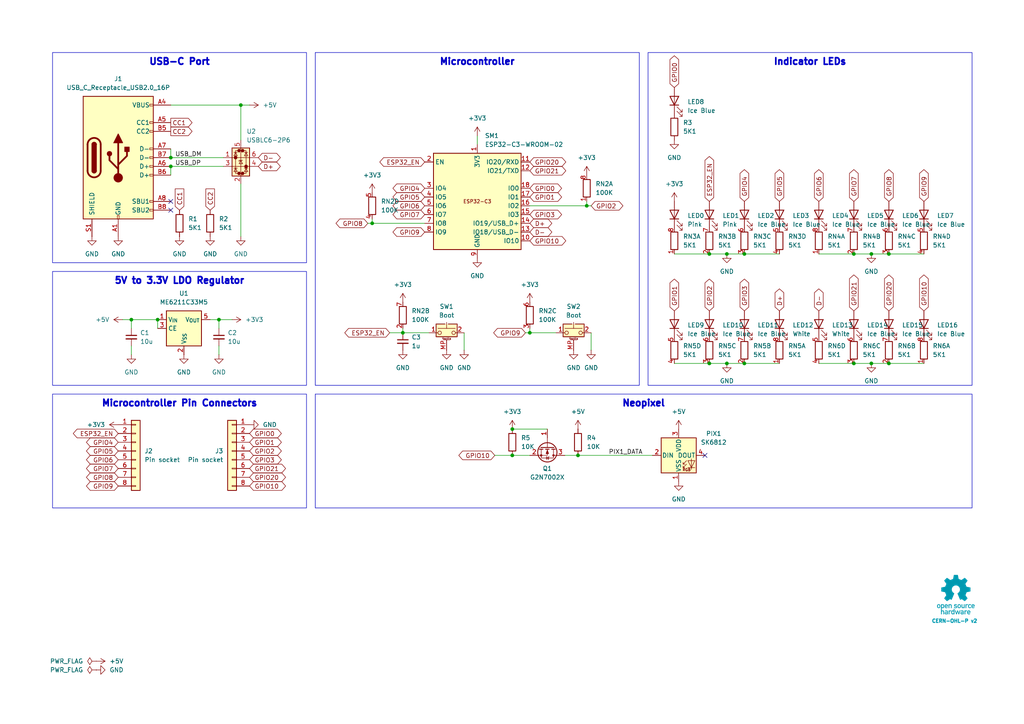
<source format=kicad_sch>
(kicad_sch (version 20231120) (generator "eeschema") (generator_version "8.0")
  (paper "A4")
  (title_block (title "ESP32-C3-WROOM-02 FlexyPin Adapter") (date "2025-03-18") (rev "v1"))
  (lib_symbols
    (symbol "Connector_Generic:Conn_01x08" (pin_names (offset 1.016) hide)
      (property "Reference" "J" (at 0 10.16 0))
      (property "Value" "Conn_01x08" (at 0 -12.7 0))
      (symbol "Conn_01x08_1_1"
        (pin passive line (at -5.08 7.62 0) (length 3.81) (name "Pin_1") (number "1"))
        (pin passive line (at -5.08 5.08 0) (length 3.81) (name "Pin_2") (number "2"))
        (pin passive line (at -5.08 2.54 0) (length 3.81) (name "Pin_3") (number "3"))
        (pin passive line (at -5.08 0 0) (length 3.81) (name "Pin_4") (number "4"))
        (pin passive line (at -5.08 -2.54 0) (length 3.81) (name "Pin_5") (number "5"))
        (pin passive line (at -5.08 -5.08 0) (length 3.81) (name "Pin_6") (number "6"))
        (pin passive line (at -5.08 -7.62 0) (length 3.81) (name "Pin_7") (number "7"))
        (pin passive line (at -5.08 -10.16 0) (length 3.81) (name "Pin_8") (number "8"))
      )
    )
    (symbol "Device:C_Small" (pin_numbers hide) (pin_names (offset 0.254) hide)
      (property "Reference" "C" (at 0.254 1.778 0))
      (property "Value" "C_Small" (at 0.254 -2.032 0))
      (symbol "C_Small_1_1"
        (pin passive line (at 0 2.54 270) (length 2.032) (name "~") (number "1"))
        (pin passive line (at 0 -2.54 90) (length 2.032) (name "~") (number "2"))
      )
    )
    (symbol "Device:LED" (pin_numbers hide) (pin_names (offset 1.016) hide)
      (property "Reference" "D" (at 0 2.54 0))
      (property "Value" "LED" (at 0 -2.54 0))
      (symbol "LED_1_1"
        (pin passive line (at -3.81 0 0) (length 2.54) (name "K") (number "1"))
        (pin passive line (at 3.81 0 180) (length 2.54) (name "A") (number "2"))
      )
    )
    (symbol "Device:R" (pin_numbers hide) (pin_names (offset 0))
      (property "Reference" "R" (at 2.032 0 90))
      (property "Value" "R" (at 0 0 90))
      (symbol "R_1_1"
        (pin passive line (at 0 3.81 270) (length 1.27) (name "~") (number "1"))
        (pin passive line (at 0 -3.81 90) (length 1.27) (name "~") (number "2"))
      )
    )
    (symbol "Device:R_Pack04_Split" (pin_names (offset 0) hide)
      (property "Reference" "RN" (at 2.032 0 90))
      (property "Value" "R_Pack04_Split" (at 0 0 90))
      (symbol "R_Pack04_Split_1_1"
        (pin passive line (at 0 -3.81 90) (length 1.27) (name "R1.1") (number "1"))
        (pin passive line (at 0 3.81 270) (length 1.27) (name "R1.2") (number "8"))
      )
      (symbol "R_Pack04_Split_2_1"
        (pin passive line (at 0 -3.81 90) (length 1.27) (name "R2.1") (number "2"))
        (pin passive line (at 0 3.81 270) (length 1.27) (name "R2.2") (number "7"))
      )
      (symbol "R_Pack04_Split_3_1"
        (pin passive line (at 0 -3.81 90) (length 1.27) (name "R3.1") (number "3"))
        (pin passive line (at 0 3.81 270) (length 1.27) (name "R3.2") (number "6"))
      )
      (symbol "R_Pack04_Split_4_1"
        (pin passive line (at 0 -3.81 90) (length 1.27) (name "R4.1") (number "4"))
        (pin passive line (at 0 3.81 270) (length 1.27) (name "R4.2") (number "5"))
      )
    )
    (symbol "LED:SK6812" (pin_names (offset 0.254))
      (property "Reference" "D" (at 5.08 5.715 0))
      (property "Value" "SK6812" (at 1.27 -5.715 0))
      (symbol "SK6812_0_0"
        (text "RGB" (at 2.286 -4.191 0) (effects (font (size 0.762 0.762))))
      )
      (symbol "SK6812_1_1"
        (pin power_in line (at 0 -7.62 90) (length 2.54) (name "VSS") (number "1"))
        (pin input line (at -7.62 0 0) (length 2.54) (name "DIN") (number "2"))
        (pin power_in line (at 0 7.62 270) (length 2.54) (name "VDD") (number "3"))
        (pin output line (at 7.62 0 180) (length 2.54) (name "DOUT") (number "4"))
      )
    )
    (symbol "Power_Protection:USBLC6-2P6" (pin_names hide)
      (property "Reference" "U" (at 0.635 5.715 0))
      (property "Value" "USBLC6-2P6" (at 0.635 3.81 0))
      (symbol "USBLC6-2P6_1_1"
        (pin passive line (at -5.08 0 0) (length 2.54) (name "I/O1") (number "1"))
        (pin passive line (at 0 -7.62 90) (length 2.54) (name "GND") (number "2"))
        (pin passive line (at -5.08 -2.54 0) (length 2.54) (name "I/O2") (number "3"))
        (pin passive line (at 5.08 -2.54 180) (length 2.54) (name "I/O2") (number "4"))
        (pin passive line (at 0 5.08 270) (length 2.54) (name "VBUS") (number "5"))
        (pin passive line (at 5.08 0 180) (length 2.54) (name "I/O1") (number "6"))
      )
    )
    (symbol "Regulator_Linear:ME6211C33M5"
      (property "Reference" "U" (at -4.572 6.35 0))
      (property "Value" "ME6211C33M5" (at 10.16 8.636 0))
      (symbol "ME6211C33M5_1_1"
        (pin power_in line (at -7.62 2.54 0) (length 2.54) (name "V_{IN}") (number "1"))
        (pin power_in line (at 0 -7.62 90) (length 2.54) (name "V_{SS}") (number "2"))
        (pin input line (at -7.62 0 0) (length 2.54) (name "CE") (number "3"))
        (pin no_connect line (at 5.08 0 180) (length 2.54) hide (name "NC") (number "4"))
        (pin power_out line (at 7.62 2.54 180) (length 2.54) (name "V_{OUT}") (number "5"))
      )
    )
    (symbol "connector:USB_C_Receptacle_USB2.0_16P_SHOU-HAN_2MD" (pin_names (offset 1.016))
      (property "Reference" "J" (at 0 22.225 0))
      (property "Value" "USB_C_Receptacle_USB2.0_16P" (at 0 19.685 0))
      (symbol "USB_C_Receptacle_USB2.0_16P_SHOU-HAN_2MD_1_1"
        (pin passive line (at 0 -22.86 90) (length 5.08) (name "GND") (number "A1"))
        (pin passive line (at 0 -22.86 90) (length 5.08) hide (name "GND") (number "A12"))
        (pin passive line (at 15.24 15.24 180) (length 5.08) (name "VBUS") (number "A4"))
        (pin bidirectional line (at 15.24 10.16 180) (length 5.08) (name "CC1") (number "A5"))
        (pin bidirectional line (at 15.24 -2.54 180) (length 5.08) (name "D+") (number "A6"))
        (pin bidirectional line (at 15.24 2.54 180) (length 5.08) (name "D-") (number "A7"))
        (pin bidirectional line (at 15.24 -12.7 180) (length 5.08) (name "SBU1") (number "A8"))
        (pin passive line (at 15.24 15.24 180) (length 5.08) hide (name "VBUS") (number "A9"))
        (pin passive line (at 0 -22.86 90) (length 5.08) hide (name "GND") (number "B1"))
        (pin passive line (at 0 -22.86 90) (length 5.08) hide (name "GND") (number "B12"))
        (pin passive line (at 15.24 15.24 180) (length 5.08) hide (name "VBUS") (number "B4"))
        (pin bidirectional line (at 15.24 7.62 180) (length 5.08) (name "CC2") (number "B5"))
        (pin bidirectional line (at 15.24 -5.08 180) (length 5.08) (name "D+") (number "B6"))
        (pin bidirectional line (at 15.24 0 180) (length 5.08) (name "D-") (number "B7"))
        (pin bidirectional line (at 15.24 -15.24 180) (length 5.08) (name "SBU2") (number "B8"))
        (pin passive line (at 15.24 15.24 180) (length 5.08) hide (name "VBUS") (number "B9"))
        (pin passive line (at -7.62 -22.86 90) (length 5.08) (name "SHIELD") (number "S1"))
      )
    )
    (symbol "discrete:G2N7002X" (pin_names hide)
      (property "Reference" "Q" (at 5.08 1.905 0))
      (property "Value" "G2N7002X" (at 5.08 0 0))
      (symbol "G2N7002X_1_1"
        (pin input line (at -5.08 0 0) (length 2.54) (name "G") (number "1"))
        (pin passive line (at 2.54 -5.08 90) (length 2.54) (name "S") (number "2"))
        (pin passive line (at 2.54 5.08 270) (length 2.54) (name "D") (number "3"))
      )
    )
    (symbol "electromechanical:SW_Push_MountingPin" (pin_names (offset 1.016) hide)
      (property "Reference" "SW" (at 4.318 2.032 0))
      (property "Value" "SW_Push_MountingPin" (at 0 4.572 0))
      (symbol "SW_Push_MountingPin_0_1"
        (pin passive line (at -5.08 0 0) (length 2.54) (name "1") (number "1"))
        (pin passive line (at 5.08 0 180) (length 2.54) (name "2") (number "2"))
      )
      (symbol "SW_Push_MountingPin_1_1"
        (text "Mounting" (at 0 -1.651 0) (effects (font (size 0.381 0.381))))
        (pin passive line (at 0 -5.08 90) (length 3.048) (name "MountPin") (number "MP"))
      )
    )
    (symbol "module:ESP32-C3-WROOM-02"
      (property "Reference" "SM" (at -12.192 14.986 0))
      (property "Value" "ESP32-C3-WROOM-02" (at 12.192 14.986 0))
      (symbol "ESP32-C3-WROOM-02_1_1"
        (text_box "ESP32-C3" (at -7.62 2.54 0) (size 15.24 -5.08) (stroke (width -0.0001)) (effects (font (size 1.016 1.016))))
        (pin power_in line (at 0 16.51 270) (length 2.54) (name "3V3") (number "1"))
        (pin bidirectional line (at 15.24 -11.43 180) (length 2.54) (name "IO10") (number "10"))
        (pin bidirectional line (at 15.24 11.43 180) (length 2.54) (name "IO20/RXD") (number "11"))
        (pin bidirectional line (at 15.24 8.89 180) (length 2.54) (name "IO21/TXD") (number "12"))
        (pin bidirectional line (at 15.24 -8.89 180) (length 2.54) (name "IO18/USB_D-") (number "13"))
        (pin bidirectional line (at 15.24 -6.35 180) (length 2.54) (name "IO19/USB_D+") (number "14"))
        (pin bidirectional line (at 15.24 -3.81 180) (length 2.54) (name "IO3") (number "15"))
        (pin bidirectional line (at 15.24 -1.27 180) (length 2.54) (name "IO2") (number "16"))
        (pin bidirectional line (at 15.24 1.27 180) (length 2.54) (name "IO1") (number "17"))
        (pin bidirectional line (at 15.24 3.81 180) (length 2.54) (name "IO0") (number "18"))
        (pin passive line (at 0 -16.51 90) (length 2.54) hide (name "GND") (number "19"))
        (pin input line (at -15.24 11.43 0) (length 2.54) (name "EN") (number "2"))
        (pin bidirectional line (at -15.24 3.81 0) (length 2.54) (name "IO4") (number "3"))
        (pin bidirectional line (at -15.24 1.27 0) (length 2.54) (name "IO5") (number "4"))
        (pin bidirectional line (at -15.24 -1.27 0) (length 2.54) (name "IO6") (number "5"))
        (pin bidirectional line (at -15.24 -3.81 0) (length 2.54) (name "IO7") (number "6"))
        (pin bidirectional line (at -15.24 -6.35 0) (length 2.54) (name "IO8") (number "7"))
        (pin bidirectional line (at -15.24 -8.89 0) (length 2.54) (name "IO9") (number "8"))
        (pin power_in line (at 0 -16.51 90) (length 2.54) (name "GND") (number "9"))
      )
    )
    (symbol "power:GND" (power) (pin_numbers hide) (pin_names (offset 0) hide)
      (property "Value" "GND" (at 0 -3.81 0))
      (symbol "GND_1_1"
        (pin power_in line (at 0 0 270) (length 0) (name "~") (number "1"))
      )
    )
    (symbol "power:PWR_FLAG" (power) (pin_numbers hide) (pin_names (offset 0) hide)
      (property "Value" "PWR_FLAG" (at 0 3.81 0))
      (symbol "PWR_FLAG_0_0"
        (pin power_out line (at 0 0 90) (length 0) (name "~") (number "1"))
      )
    )
    (symbol "power:VCC" (power) (pin_numbers hide) (pin_names (offset 0) hide)
      (property "Value" "VCC" (at 0 3.556 0))
      (symbol "VCC_1_1"
        (pin power_in line (at 0 0 90) (length 0) (name "~") (number "1"))
      )
    )
  )
  (junction (at 167.64 132.08))
  (junction (at 153.67 96.52))
  (junction (at 148.59 132.08))
  (junction (at 116.84 96.52))
  (junction (at 257.81 73.66))
  (junction (at 205.74 73.66))
  (junction (at 215.9 73.66))
  (junction (at 38.1 92.71))
  (junction (at 247.65 73.66))
  (junction (at 69.85 30.48))
  (junction (at 49.53 48.26))
  (junction (at 63.5 92.71))
  (junction (at 148.59 124.46))
  (junction (at 252.73 73.66))
  (junction (at 210.82 73.66))
  (junction (at 45.72 92.71))
  (junction (at 205.74 105.41))
  (junction (at 257.81 105.41))
  (junction (at 210.82 105.41))
  (junction (at 215.9 105.41))
  (junction (at 252.73 105.41))
  (junction (at 247.65 105.41))
  (junction (at 49.53 45.72))
  (junction (at 107.95 64.77))
  (junction (at 170.18 59.69))
  (no_connect (at 49.53 58.42))
  (no_connect (at 49.53 60.96))
  (no_connect (at 204.47 132.08))
  (wire (pts (xy 113.03 96.52) (xy 116.84 96.52)))
  (wire (pts (xy 138.43 39.37) (xy 138.43 41.91)))
  (wire (pts (xy 69.85 68.58) (xy 69.85 53.34)))
  (wire (pts (xy 64.77 45.72) (xy 49.53 45.72)))
  (wire (pts (xy 116.84 95.25) (xy 116.84 96.52)))
  (wire (pts (xy 153.67 59.69) (xy 170.18 59.69)))
  (wire (pts (xy 72.39 30.48) (xy 69.85 30.48)))
  (wire (pts (xy 252.73 73.66) (xy 257.81 73.66)))
  (wire (pts (xy 106.68 64.77) (xy 107.95 64.77)))
  (wire (pts (xy 252.73 105.41) (xy 257.81 105.41)))
  (wire (pts (xy 170.18 58.42) (xy 170.18 59.69)))
  (wire (pts (xy 38.1 100.33) (xy 38.1 102.87)))
  (wire (pts (xy 247.65 73.66) (xy 252.73 73.66)))
  (wire (pts (xy 205.74 73.66) (xy 210.82 73.66)))
  (wire (pts (xy 215.9 105.41) (xy 226.06 105.41)))
  (wire (pts (xy 215.9 73.66) (xy 226.06 73.66)))
  (wire (pts (xy 148.59 132.08) (xy 153.67 132.08)))
  (wire (pts (xy 143.51 132.08) (xy 148.59 132.08)))
  (wire (pts (xy 63.5 100.33) (xy 63.5 102.87)))
  (wire (pts (xy 237.49 73.66) (xy 247.65 73.66)))
  (wire (pts (xy 257.81 105.41) (xy 267.97 105.41)))
  (wire (pts (xy 49.53 30.48) (xy 69.85 30.48)))
  (wire (pts (xy 63.5 95.25) (xy 63.5 92.71)))
  (wire (pts (xy 69.85 30.48) (xy 69.85 40.64)))
  (wire (pts (xy 38.1 92.71) (xy 35.56 92.71)))
  (wire (pts (xy 247.65 105.41) (xy 252.73 105.41)))
  (wire (pts (xy 45.72 92.71) (xy 45.72 95.25)))
  (wire (pts (xy 170.18 59.69) (xy 171.45 59.69)))
  (wire (pts (xy 148.59 124.46) (xy 158.75 124.46)))
  (wire (pts (xy 38.1 95.25) (xy 38.1 92.71)))
  (wire (pts (xy 116.84 96.52) (xy 124.46 96.52)))
  (wire (pts (xy 171.45 101.6) (xy 171.45 96.52)))
  (wire (pts (xy 107.95 64.77) (xy 123.19 64.77)))
  (wire (pts (xy 38.1 92.71) (xy 45.72 92.71)))
  (wire (pts (xy 237.49 105.41) (xy 247.65 105.41)))
  (wire (pts (xy 64.77 48.26) (xy 49.53 48.26)))
  (wire (pts (xy 205.74 105.41) (xy 210.82 105.41)))
  (wire (pts (xy 257.81 73.66) (xy 267.97 73.66)))
  (wire (pts (xy 134.62 101.6) (xy 134.62 96.52)))
  (wire (pts (xy 49.53 48.26) (xy 49.53 50.8)))
  (wire (pts (xy 210.82 73.66) (xy 215.9 73.66)))
  (wire (pts (xy 210.82 105.41) (xy 215.9 105.41)))
  (wire (pts (xy 67.31 92.71) (xy 63.5 92.71)))
  (wire (pts (xy 195.58 73.66) (xy 205.74 73.66)))
  (wire (pts (xy 163.83 132.08) (xy 167.64 132.08)))
  (wire (pts (xy 153.67 96.52) (xy 161.29 96.52)))
  (wire (pts (xy 153.67 95.25) (xy 153.67 96.52)))
  (wire (pts (xy 49.53 43.18) (xy 49.53 45.72)))
  (wire (pts (xy 167.64 132.08) (xy 189.23 132.08)))
  (wire (pts (xy 195.58 105.41) (xy 205.74 105.41)))
  (wire (pts (xy 107.95 63.5) (xy 107.95 64.77)))
  (wire (pts (xy 152.4 96.52) (xy 153.67 96.52)))
  (wire (pts (xy 63.5 92.71) (xy 60.96 92.71)))
  (image (at 277.241 172.466) (scale 0.1691))
  (text_box "Indicator LEDs" (at 187.96 15.24 0) (size 93.98 96.52) (effects (font (size 1.905 1.905) (thickness 0.508) (bold yes)) (justify top)))
  (text_box "Neopixel" (at 91.44 114.3 0) (size 190.5 33.02) (effects (font (size 1.905 1.905) (thickness 0.508) (bold yes)) (justify top)))
  (text_box "Microcontroller Pin Connectors" (at 15.24 114.3 0) (size 73.66 33.02) (effects (font (size 1.905 1.905) (thickness 0.508) (bold yes)) (justify top)))
  (text_box "5V to 3.3V LDO Regulator" (at 15.24 78.74 0) (size 73.66 33.02) (effects (font (size 1.905 1.905) (thickness 0.508) (bold yes)) (justify top)))
  (text_box "USB-C Port" (at 15.24 15.24 0) (size 73.66 60.96) (effects (font (size 1.905 1.905) (thickness 0.508) (bold yes)) (justify top)))
  (text_box "Microcontroller" (at 91.44 15.24 0) (size 93.98 96.52) (effects (font (size 1.905 1.905) (thickness 0.508) (bold yes)) (justify top)))
  (text "CERN-OHL-P v2" (at 276.86 180.34 0) (effects (font (size 1.016 1.016) (thickness 0.4) (bold yes))))
  (label "USB_DM" (at 50.8 45.72 0))
  (label "USB_DP" (at 50.8 48.26 0))
  (label "PIX1_DATA" (at 176.53 132.08 0))
  (global_label "GPIO20" (shape bidirectional) (at 153.67 46.99 0) (property "Intersheetrefs" "${INTERSHEET_REFS}" (effects (hide yes))))
  (global_label "GPIO6" (shape bidirectional) (at 123.19 59.69 180) (property "Intersheetrefs" "${INTERSHEET_REFS}" (effects (hide yes))))
  (global_label "GPIO0" (shape bidirectional) (at 195.58 25.4 90) (property "Intersheetrefs" "${INTERSHEET_REFS}" (effects (hide yes))))
  (global_label "GPIO3" (shape bidirectional) (at 72.39 133.35 0) (property "Intersheetrefs" "${INTERSHEET_REFS}" (effects (hide yes))))
  (global_label "GPIO3" (shape bidirectional) (at 215.9 90.17 90) (property "Intersheetrefs" "${INTERSHEET_REFS}" (effects (hide yes))))
  (global_label "GPIO21" (shape bidirectional) (at 247.65 90.17 90) (property "Intersheetrefs" "${INTERSHEET_REFS}" (effects (hide yes))))
  (global_label "GPIO9" (shape bidirectional) (at 152.4 96.52 180) (property "Intersheetrefs" "${INTERSHEET_REFS}" (effects (hide yes))))
  (global_label "D-" (shape bidirectional) (at 237.49 90.17 90) (property "Intersheetrefs" "${INTERSHEET_REFS}" (effects (hide yes))))
  (global_label "GPIO21" (shape bidirectional) (at 72.39 135.89 0) (property "Intersheetrefs" "${INTERSHEET_REFS}" (effects (hide yes))))
  (global_label "CC1" (shape input) (at 52.07 60.96 90) (property "Intersheetrefs" "${INTERSHEET_REFS}" (effects (hide yes))))
  (global_label "GPIO9" (shape bidirectional) (at 267.97 58.42 90) (property "Intersheetrefs" "${INTERSHEET_REFS}" (effects (hide yes))))
  (global_label "GPIO6" (shape bidirectional) (at 237.49 58.42 90) (property "Intersheetrefs" "${INTERSHEET_REFS}" (effects (hide yes))))
  (global_label "CC1" (shape output) (at 49.53 35.56 0) (property "Intersheetrefs" "${INTERSHEET_REFS}" (effects (hide yes))))
  (global_label "GPIO1" (shape bidirectional) (at 72.39 128.27 0) (property "Intersheetrefs" "${INTERSHEET_REFS}" (effects (hide yes))))
  (global_label "GPIO10" (shape bidirectional) (at 267.97 90.17 90) (property "Intersheetrefs" "${INTERSHEET_REFS}" (effects (hide yes))))
  (global_label "GPIO8" (shape bidirectional) (at 257.81 58.42 90) (property "Intersheetrefs" "${INTERSHEET_REFS}" (effects (hide yes))))
  (global_label "GPIO2" (shape bidirectional) (at 171.45 59.69 0) (property "Intersheetrefs" "${INTERSHEET_REFS}" (effects (hide yes))))
  (global_label "CC2" (shape output) (at 49.53 38.1 0) (property "Intersheetrefs" "${INTERSHEET_REFS}" (effects (hide yes))))
  (global_label "ESP32_EN" (shape bidirectional) (at 34.29 125.73 180) (property "Intersheetrefs" "${INTERSHEET_REFS}" (effects (hide yes))))
  (global_label "GPIO9" (shape bidirectional) (at 34.29 140.97 180) (property "Intersheetrefs" "${INTERSHEET_REFS}" (effects (hide yes))))
  (global_label "ESP32_EN" (shape bidirectional) (at 113.03 96.52 180) (property "Intersheetrefs" "${INTERSHEET_REFS}" (effects (hide yes))))
  (global_label "GPIO20" (shape bidirectional) (at 72.39 138.43 0) (property "Intersheetrefs" "${INTERSHEET_REFS}" (effects (hide yes))))
  (global_label "GPIO4" (shape bidirectional) (at 215.9 58.42 90) (property "Intersheetrefs" "${INTERSHEET_REFS}" (effects (hide yes))))
  (global_label "GPIO7" (shape bidirectional) (at 247.65 58.42 90) (property "Intersheetrefs" "${INTERSHEET_REFS}" (effects (hide yes))))
  (global_label "GPIO8" (shape bidirectional) (at 106.68 64.77 180) (property "Intersheetrefs" "${INTERSHEET_REFS}" (effects (hide yes))))
  (global_label "GPIO20" (shape bidirectional) (at 257.81 90.17 90) (property "Intersheetrefs" "${INTERSHEET_REFS}" (effects (hide yes))))
  (global_label "D-" (shape bidirectional) (at 153.67 67.31 0) (property "Intersheetrefs" "${INTERSHEET_REFS}" (effects (hide yes))))
  (global_label "GPIO2" (shape bidirectional) (at 72.39 130.81 0) (property "Intersheetrefs" "${INTERSHEET_REFS}" (effects (hide yes))))
  (global_label "ESP32_EN" (shape bidirectional) (at 123.19 46.99 180) (property "Intersheetrefs" "${INTERSHEET_REFS}" (effects (hide yes))))
  (global_label "GPIO5" (shape bidirectional) (at 123.19 57.15 180) (property "Intersheetrefs" "${INTERSHEET_REFS}" (effects (hide yes))))
  (global_label "GPIO2" (shape bidirectional) (at 205.74 90.17 90) (property "Intersheetrefs" "${INTERSHEET_REFS}" (effects (hide yes))))
  (global_label "GPIO8" (shape bidirectional) (at 34.29 138.43 180) (property "Intersheetrefs" "${INTERSHEET_REFS}" (effects (hide yes))))
  (global_label "GPIO9" (shape bidirectional) (at 123.19 67.31 180) (property "Intersheetrefs" "${INTERSHEET_REFS}" (effects (hide yes))))
  (global_label "GPIO10" (shape bidirectional) (at 72.39 140.97 0) (property "Intersheetrefs" "${INTERSHEET_REFS}" (effects (hide yes))))
  (global_label "GPIO4" (shape bidirectional) (at 34.29 128.27 180) (property "Intersheetrefs" "${INTERSHEET_REFS}" (effects (hide yes))))
  (global_label "D+" (shape bidirectional) (at 153.67 64.77 0) (property "Intersheetrefs" "${INTERSHEET_REFS}" (effects (hide yes))))
  (global_label "GPIO1" (shape bidirectional) (at 153.67 57.15 0) (property "Intersheetrefs" "${INTERSHEET_REFS}" (effects (hide yes))))
  (global_label "GPIO6" (shape bidirectional) (at 34.29 133.35 180) (property "Intersheetrefs" "${INTERSHEET_REFS}" (effects (hide yes))))
  (global_label "GPIO3" (shape bidirectional) (at 153.67 62.23 0) (property "Intersheetrefs" "${INTERSHEET_REFS}" (effects (hide yes))))
  (global_label "GPIO7" (shape bidirectional) (at 34.29 135.89 180) (property "Intersheetrefs" "${INTERSHEET_REFS}" (effects (hide yes))))
  (global_label "CC2" (shape input) (at 60.96 60.96 90) (property "Intersheetrefs" "${INTERSHEET_REFS}" (effects (hide yes))))
  (global_label "GPIO7" (shape bidirectional) (at 123.19 62.23 180) (property "Intersheetrefs" "${INTERSHEET_REFS}" (effects (hide yes))))
  (global_label "D-" (shape bidirectional) (at 74.93 45.72 0) (property "Intersheetrefs" "${INTERSHEET_REFS}" (effects (hide yes))))
  (global_label "D+" (shape bidirectional) (at 226.06 90.17 90) (property "Intersheetrefs" "${INTERSHEET_REFS}" (effects (hide yes))))
  (global_label "GPIO0" (shape bidirectional) (at 72.39 125.73 0) (property "Intersheetrefs" "${INTERSHEET_REFS}" (effects (hide yes))))
  (global_label "GPIO1" (shape bidirectional) (at 195.58 90.17 90) (property "Intersheetrefs" "${INTERSHEET_REFS}" (effects (hide yes))))
  (global_label "GPIO4" (shape bidirectional) (at 123.19 54.61 180) (property "Intersheetrefs" "${INTERSHEET_REFS}" (effects (hide yes))))
  (global_label "GPIO10" (shape bidirectional) (at 153.67 69.85 0) (property "Intersheetrefs" "${INTERSHEET_REFS}" (effects (hide yes))))
  (global_label "GPIO5" (shape bidirectional) (at 226.06 58.42 90) (property "Intersheetrefs" "${INTERSHEET_REFS}" (effects (hide yes))))
  (global_label "GPIO0" (shape bidirectional) (at 153.67 54.61 0) (property "Intersheetrefs" "${INTERSHEET_REFS}" (effects (hide yes))))
  (global_label "GPIO5" (shape bidirectional) (at 34.29 130.81 180) (property "Intersheetrefs" "${INTERSHEET_REFS}" (effects (hide yes))))
  (global_label "GPIO10" (shape bidirectional) (at 143.51 132.08 180) (property "Intersheetrefs" "${INTERSHEET_REFS}" (effects (hide yes))))
  (global_label "D+" (shape bidirectional) (at 74.93 48.26 0) (property "Intersheetrefs" "${INTERSHEET_REFS}" (effects (hide yes))))
  (global_label "ESP32_EN" (shape bidirectional) (at 205.74 58.42 90) (property "Intersheetrefs" "${INTERSHEET_REFS}" (effects (hide yes))))
  (global_label "GPIO21" (shape bidirectional) (at 153.67 49.53 0) (property "Intersheetrefs" "${INTERSHEET_REFS}" (effects (hide yes))))
  (symbol (lib_id "power:GND") (at 210.82 105.41 0) (unit 1)
    (property "Reference" "#PWR031" (effects (hide yes)))
    (property "Value" "GND" (at 210.82 110.49 0))
    (property "Description" "Power symbol creates a global label with name \"GND\" , ground" (effects (hide yes)))
  )
  (symbol (lib_id "Device:R_Pack04_Split") (at 226.06 69.85 0) (unit 4)
    (property "Reference" "RN3" (at 228.6 68.5799 0) (effects (justify left)))
    (property "Value" "5K1" (at 228.6 71.1199 0) (effects (justify left)))
    (property "Footprint" "discrete:R_Array_Convex_4x0402_HandSolder" (effects (hide yes)))
    (property "Description" "4 resistor network, parallel topology, split" (effects (hide yes)))
    (property "LCSC Part" "C425290" (effects (hide yes)))
  )
  (symbol (lib_id "Device:R_Pack04_Split") (at 257.81 69.85 0) (unit 3)
    (property "Reference" "RN4" (at 260.35 68.5799 0) (effects (justify left)))
    (property "Value" "5K1" (at 260.35 71.1199 0) (effects (justify left)))
    (property "Footprint" "discrete:R_Array_Convex_4x0402_HandSolder" (effects (hide yes)))
    (property "Description" "4 resistor network, parallel topology, split" (effects (hide yes)))
    (property "LCSC Part" "C425290" (effects (hide yes)))
  )
  (symbol (lib_id "power:GND") (at 69.85 68.58 0) (unit 1)
    (property "Reference" "#PWR013" (effects (hide yes)))
    (property "Value" "GND" (at 69.85 73.66 0))
    (property "Description" "Power symbol creates a global label with name \"GND\" , ground" (effects (hide yes)))
  )
  (symbol (lib_id "power:VCC") (at 170.18 50.8 0) (unit 1)
    (property "Reference" "#PWR026" (effects (hide yes)))
    (property "Value" "+3V3" (at 170.18 45.72 0))
    (property "Description" "Power symbol creates a global label with name \"VCC\"" (effects (hide yes)))
  )
  (symbol (lib_id "power:VCC") (at 35.56 92.71 90) (unit 1)
    (property "Reference" "#PWR06" (effects (hide yes)))
    (property "Value" "+5V" (at 31.75 92.7099 90) (effects (justify left)))
    (property "Description" "Power symbol creates a global label with name \"VCC\"" (effects (hide yes)))
  )
  (symbol (lib_id "Device:R_Pack04_Split") (at 226.06 101.6 0) (unit 1)
    (property "Reference" "RN5" (at 228.6 100.3299 0) (effects (justify left)))
    (property "Value" "5K1" (at 228.6 102.8699 0) (effects (justify left)))
    (property "Footprint" "discrete:R_Array_Convex_4x0402_HandSolder" (effects (hide yes)))
    (property "Description" "4 resistor network, parallel topology, split" (effects (hide yes)))
    (property "LCSC Part" "C425290" (effects (hide yes)))
  )
  (symbol (lib_id "Device:LED") (at 257.81 62.23 90) (unit 1)
    (property "Reference" "LED6" (at 261.62 62.5474 90) (effects (justify right)))
    (property "Value" "Ice Blue" (at 261.62 65.0874 90) (effects (justify right)))
    (property "Footprint" "discrete:LED_0402_1005Metric" (effects (hide yes)))
    (property "Description" "Light emitting diode" (effects (hide yes)))
    (property "LCSC Part" "C7496805" (effects (hide yes)))
  )
  (symbol (lib_id "power:GND") (at 171.45 101.6 0) (unit 1)
    (property "Reference" "#PWR027" (effects (hide yes)))
    (property "Value" "GND" (at 171.45 106.68 0))
    (property "Description" "Power symbol creates a global label with name \"GND\" , ground" (effects (hide yes)))
  )
  (symbol (lib_id "Device:R_Pack04_Split") (at 247.65 101.6 0) (unit 3)
    (property "Reference" "RN6" (at 250.19 100.3299 0) (effects (justify left)))
    (property "Value" "5K1" (at 250.19 102.8699 0) (effects (justify left)))
    (property "Footprint" "discrete:R_Array_Convex_4x0402_HandSolder" (effects (hide yes)))
    (property "Description" "4 resistor network, parallel topology, split" (effects (hide yes)))
    (property "LCSC Part" "C425290" (effects (hide yes)))
  )
  (symbol (lib_id "power:GND") (at 210.82 73.66 0) (unit 1)
    (property "Reference" "#PWR018" (effects (hide yes)))
    (property "Value" "GND" (at 210.82 78.74 0))
    (property "Description" "Power symbol creates a global label with name \"GND\" , ground" (effects (hide yes)))
  )
  (symbol (lib_id "Device:C_Small") (at 38.1 97.79 0) (unit 1)
    (property "Reference" "C1" (at 40.64 96.5262 0) (effects (justify left)))
    (property "Value" "10u" (at 40.64 99.0662 0) (effects (justify left)))
    (property "Footprint" "discrete:C_0402_1005Metric" (effects (hide yes)))
    (property "Description" "Unpolarized capacitor, small symbol" (effects (hide yes)))
    (property "LCSC Part" "C315248" (effects (hide yes)))
  )
  (symbol (lib_id "power:GND") (at 63.5 102.87 0) (unit 1)
    (property "Reference" "#PWR011" (effects (hide yes)))
    (property "Value" "GND" (at 63.5 107.95 0))
    (property "Description" "Power symbol creates a global label with name \"GND\" , ground" (effects (hide yes)))
  )
  (symbol (lib_id "Device:R_Pack04_Split") (at 247.65 69.85 0) (unit 2)
    (property "Reference" "RN4" (at 250.19 68.5799 0) (effects (justify left)))
    (property "Value" "5K1" (at 250.19 71.1199 0) (effects (justify left)))
    (property "Footprint" "discrete:R_Array_Convex_4x0402_HandSolder" (effects (hide yes)))
    (property "Description" "4 resistor network, parallel topology, split" (effects (hide yes)))
    (property "LCSC Part" "C425290" (effects (hide yes)))
  )
  (symbol (lib_id "discrete:G2N7002X") (at 158.75 129.54 270) (unit 1)
    (property "Reference" "Q1" (at 158.75 135.89 90))
    (property "Value" "G2N7002X" (at 158.75 138.43 90))
    (property "Footprint" "package:SOT-523" (effects (hide yes)))
    (property "Datasheet" "https://www.lcsc.com/datasheet/lcsc_datasheet_2410121447_GOFORD-G2N7002X_C5258971.pdf" (effects (hide yes)))
    (property "Description" "0.340A Id, 60V Vds, N-Channel MOSFET, SOT-523" (effects (hide yes)))
    (property "LCSC Part" "C5258971" (effects (hide yes)))
  )
  (symbol (lib_id "power:GND") (at 72.39 123.19 90) (unit 1)
    (property "Reference" "#PWR028" (effects (hide yes)))
    (property "Value" "GND" (at 76.2 123.1899 90) (effects (justify right)))
    (property "Description" "Power symbol creates a global label with name \"GND\" , ground" (effects (hide yes)))
  )
  (symbol (lib_id "Device:LED") (at 195.58 93.98 90) (unit 1)
    (property "Reference" "LED9" (at 199.39 94.2974 90) (effects (justify right)))
    (property "Value" "Ice Blue" (at 199.39 96.8374 90) (effects (justify right)))
    (property "Footprint" "discrete:LED_0402_1005Metric" (effects (hide yes)))
    (property "Description" "Light emitting diode" (effects (hide yes)))
    (property "LCSC Part" "C7496805" (effects (hide yes)))
  )
  (symbol (lib_id "Connector_Generic:Conn_01x08") (at 67.31 130.81 0) (mirror y) (unit 1)
    (property "Reference" "J3" (at 64.77 130.8099 0) (effects (justify left)))
    (property "Value" "Pin socket" (at 64.77 133.3499 0) (effects (justify left)))
    (property "Footprint" "Connector_PinSocket_2.54mm:PinSocket_1x08_P2.54mm_Vertical" (effects (hide yes)))
    (property "Description" "Generic connector, single row, 01x08, script generated (kicad-library-utils/schlib/autogen/connector/)" (effects (hide yes)))
  )
  (symbol (lib_id "power:VCC") (at 196.85 124.46 0) (unit 1)
    (property "Reference" "#PWR034" (effects (hide yes)))
    (property "Value" "+5V" (at 196.85 119.38 0))
    (property "Description" "Power symbol creates a global label with name \"VCC\"" (effects (hide yes)))
  )
  (symbol (lib_id "Device:LED") (at 195.58 29.21 90) (unit 1)
    (property "Reference" "LED8" (at 199.39 29.5274 90) (effects (justify right)))
    (property "Value" "Ice Blue" (at 199.39 32.0674 90) (effects (justify right)))
    (property "Footprint" "discrete:LED_0402_1005Metric" (effects (hide yes)))
    (property "Description" "Light emitting diode" (effects (hide yes)))
    (property "LCSC Part" "C7496805" (effects (hide yes)))
  )
  (symbol (lib_id "Device:LED") (at 226.06 93.98 90) (unit 1)
    (property "Reference" "LED12" (at 229.87 94.2974 90) (effects (justify right)))
    (property "Value" "White" (at 229.87 96.8374 90) (effects (justify right)))
    (property "Footprint" "discrete:LED_0402_1005Metric" (effects (hide yes)))
    (property "Description" "Light emitting diode" (effects (hide yes)))
    (property "LCSC Part" "C20613596" (effects (hide yes)))
  )
  (symbol (lib_id "power:GND") (at 38.1 102.87 0) (unit 1)
    (property "Reference" "#PWR07" (effects (hide yes)))
    (property "Value" "GND" (at 38.1 107.95 0))
    (property "Description" "Power symbol creates a global label with name \"GND\" , ground" (effects (hide yes)))
  )
  (symbol (lib_id "Device:R_Pack04_Split") (at 267.97 69.85 0) (unit 4)
    (property "Reference" "RN4" (at 270.51 68.5799 0) (effects (justify left)))
    (property "Value" "5K1" (at 270.51 71.1199 0) (effects (justify left)))
    (property "Footprint" "discrete:R_Array_Convex_4x0402_HandSolder" (effects (hide yes)))
    (property "Description" "4 resistor network, parallel topology, split" (effects (hide yes)))
    (property "LCSC Part" "C425290" (effects (hide yes)))
  )
  (symbol (lib_id "Device:R_Pack04_Split") (at 205.74 69.85 0) (unit 2)
    (property "Reference" "RN3" (at 208.28 68.5799 0) (effects (justify left)))
    (property "Value" "5K1" (at 208.28 71.1199 0) (effects (justify left)))
    (property "Footprint" "discrete:R_Array_Convex_4x0402_HandSolder" (effects (hide yes)))
    (property "Description" "4 resistor network, parallel topology, split" (effects (hide yes)))
    (property "LCSC Part" "C425290" (effects (hide yes)))
  )
  (symbol (lib_id "power:GND") (at 195.58 40.64 0) (unit 1)
    (property "Reference" "#PWR029" (effects (hide yes)))
    (property "Value" "GND" (at 195.58 45.72 0))
    (property "Description" "Power symbol creates a global label with name \"GND\" , ground" (effects (hide yes)))
  )
  (symbol (lib_id "Regulator_Linear:ME6211C33M5") (at 53.34 95.25 0) (unit 1)
    (property "Reference" "U1" (at 53.34 85.09 0))
    (property "Value" "ME6211C33M5" (at 53.34 87.63 0))
    (property "Footprint" "Package_TO_SOT_SMD:SOT-23-5" (effects (hide yes)))
    (property "Datasheet" "https://www.lcsc.com/datasheet/lcsc_datasheet_2304140030_MICRONE-Nanjing-Micro-One-Elec-ME6211C33R5G_C235316.pdf" (effects (hide yes)))
    (property "Description" "500mA low dropout linear regulator, shutdown pin, 6.5V max input voltage, 3.3V fixed positive output, SOT-23-5" (effects (hide yes)))
    (property "LCSC Part" "C82942" (effects (hide yes)))
  )
  (symbol (lib_id "Device:LED") (at 267.97 62.23 90) (unit 1)
    (property "Reference" "LED7" (at 271.78 62.5474 90) (effects (justify right)))
    (property "Value" "Ice Blue" (at 271.78 65.0874 90) (effects (justify right)))
    (property "Footprint" "discrete:LED_0402_1005Metric" (effects (hide yes)))
    (property "Description" "Light emitting diode" (effects (hide yes)))
    (property "LCSC Part" "C7496805" (effects (hide yes)))
  )
  (symbol (lib_id "power:GND") (at 166.37 101.6 0) (unit 1)
    (property "Reference" "#PWR025" (effects (hide yes)))
    (property "Value" "GND" (at 166.37 106.68 0))
    (property "Description" "Power symbol creates a global label with name \"GND\" , ground" (effects (hide yes)))
  )
  (symbol (lib_id "Device:R_Pack04_Split") (at 215.9 101.6 0) (unit 2)
    (property "Reference" "RN5" (at 218.44 100.3299 0) (effects (justify left)))
    (property "Value" "5K1" (at 218.44 102.8699 0) (effects (justify left)))
    (property "Footprint" "discrete:R_Array_Convex_4x0402_HandSolder" (effects (hide yes)))
    (property "Description" "4 resistor network, parallel topology, split" (effects (hide yes)))
    (property "LCSC Part" "C425290" (effects (hide yes)))
  )
  (symbol (lib_id "electromechanical:SW_Push_MountingPin") (at 166.37 96.52 0) (unit 1)
    (property "Reference" "SW2" (at 166.37 88.9 0))
    (property "Value" "Boot" (at 166.37 91.44 0))
    (property "Footprint" "electromechanical:SW_Push_1P1T_NO_3.3x3.3mm_MP" (effects (hide yes)))
    (property "Description" "Generic push-button switch, two contact pins and mounting pin(s)" (effects (hide yes)))
  )
  (symbol (lib_id "Device:LED") (at 247.65 62.23 90) (unit 1)
    (property "Reference" "LED5" (at 251.46 62.5474 90) (effects (justify right)))
    (property "Value" "Ice Blue" (at 251.46 65.0874 90) (effects (justify right)))
    (property "Footprint" "discrete:LED_0402_1005Metric" (effects (hide yes)))
    (property "Description" "Light emitting diode" (effects (hide yes)))
    (property "LCSC Part" "C7496805" (effects (hide yes)))
  )
  (symbol (lib_id "Device:LED") (at 237.49 62.23 90) (unit 1)
    (property "Reference" "LED4" (at 241.3 62.5474 90) (effects (justify right)))
    (property "Value" "Ice Blue" (at 241.3 65.0874 90) (effects (justify right)))
    (property "Footprint" "discrete:LED_0402_1005Metric" (effects (hide yes)))
    (property "Description" "Light emitting diode" (effects (hide yes)))
    (property "LCSC Part" "C7496805" (effects (hide yes)))
  )
  (symbol (lib_id "Device:R") (at 60.96 64.77 0) (unit 1)
    (property "Reference" "R2" (at 63.5 63.4999 0) (effects (justify left)))
    (property "Value" "5K1" (at 63.5 66.0399 0) (effects (justify left)))
    (property "Footprint" "Resistor_SMD:R_0603_1608Metric" (effects (hide yes)))
    (property "Description" "Resistor" (effects (hide yes)))
    (property "LCSC Part" "C23186" (effects (hide yes)))
  )
  (symbol (lib_id "Device:LED") (at 215.9 93.98 90) (unit 1)
    (property "Reference" "LED11" (at 219.71 94.2974 90) (effects (justify right)))
    (property "Value" "Ice Blue" (at 219.71 96.8374 90) (effects (justify right)))
    (property "Footprint" "discrete:LED_0402_1005Metric" (effects (hide yes)))
    (property "Description" "Light emitting diode" (effects (hide yes)))
    (property "LCSC Part" "C7496805" (effects (hide yes)))
  )
  (symbol (lib_id "connector:USB_C_Receptacle_USB2.0_16P_SHOU-HAN_2MD") (at 34.29 45.72 0) (unit 1)
    (property "Reference" "J1" (at 34.29 22.86 0))
    (property "Value" "USB_C_Receptacle_USB2.0_16P" (at 34.29 25.4 0))
    (property "Footprint" "connector:USB_C_Receptacle_GCT_USB4105-xx-A_16P_TopMnt_Horizontal" (effects (hide yes)))
    (property "Datasheet" "https://www.lcsc.com/datasheet/lcsc_datasheet_2111231930_SHOU-HAN-TYPE-C-16PIN-2MD-073_C2765186.pdf" (effects (hide yes)))
    (property "Description" "USB 2.0-only 16P Type-C Receptacle connector, 5 amps" (effects (hide yes)))
    (property "LCSC Part" "C2765186" (effects (hide yes)))
  )
  (symbol (lib_id "power:GND") (at 27.94 194.31 90) (unit 1)
    (property "Reference" "#PWR02" (effects (hide yes)))
    (property "Value" "GND" (at 31.75 194.3099 90) (effects (justify right)))
    (property "Description" "Power symbol creates a global label with name \"GND\" , ground" (effects (hide yes)))
  )
  (symbol (lib_id "electromechanical:SW_Push_MountingPin") (at 129.54 96.52 0) (unit 1)
    (property "Reference" "SW1" (at 129.54 88.9 0))
    (property "Value" "Boot" (at 129.54 91.44 0))
    (property "Footprint" "electromechanical:SW_Push_1P1T_NO_3.3x3.3mm_MP" (effects (hide yes)))
    (property "Description" "Generic push-button switch, two contact pins and mounting pin(s)" (effects (hide yes)))
  )
  (symbol (lib_id "Device:R_Pack04_Split") (at 195.58 101.6 0) (unit 4)
    (property "Reference" "RN5" (at 198.12 100.3299 0) (effects (justify left)))
    (property "Value" "5K1" (at 198.12 102.8699 0) (effects (justify left)))
    (property "Footprint" "discrete:R_Array_Convex_4x0402_HandSolder" (effects (hide yes)))
    (property "Description" "4 resistor network, parallel topology, split" (effects (hide yes)))
    (property "LCSC Part" "C425290" (effects (hide yes)))
  )
  (symbol (lib_id "power:GND") (at 138.43 74.93 0) (unit 1)
    (property "Reference" "#PWR023" (effects (hide yes)))
    (property "Value" "GND" (at 138.43 80.01 0))
    (property "Description" "Power symbol creates a global label with name \"GND\" , ground" (effects (hide yes)))
  )
  (symbol (lib_id "power:VCC") (at 67.31 92.71 270) (unit 1)
    (property "Reference" "#PWR012" (effects (hide yes)))
    (property "Value" "+3V3" (at 71.12 92.7099 90) (effects (justify left)))
    (property "Description" "Power symbol creates a global label with name \"VCC\"" (effects (hide yes)))
  )
  (symbol (lib_id "power:GND") (at 134.62 101.6 0) (unit 1)
    (property "Reference" "#PWR021" (effects (hide yes)))
    (property "Value" "GND" (at 134.62 106.68 0))
    (property "Description" "Power symbol creates a global label with name \"GND\" , ground" (effects (hide yes)))
  )
  (symbol (lib_id "Device:R_Pack04_Split") (at 107.95 59.69 0) (unit 4)
    (property "Reference" "RN2" (at 110.49 58.4199 0) (effects (justify left)))
    (property "Value" "100K" (at 110.49 60.9599 0) (effects (justify left)))
    (property "Footprint" "discrete:R_Array_Convex_4x0402_HandSolder" (effects (hide yes)))
    (property "Description" "4 resistor network, parallel topology, split" (effects (hide yes)))
    (property "LCSC Part" "C110374" (effects (hide yes)))
  )
  (symbol (lib_id "Device:R_Pack04_Split") (at 237.49 69.85 0) (unit 1)
    (property "Reference" "RN4" (at 240.03 68.5799 0) (effects (justify left)))
    (property "Value" "5K1" (at 240.03 71.1199 0) (effects (justify left)))
    (property "Footprint" "discrete:R_Array_Convex_4x0402_HandSolder" (effects (hide yes)))
    (property "Description" "4 resistor network, parallel topology, split" (effects (hide yes)))
    (property "LCSC Part" "C425290" (effects (hide yes)))
  )
  (symbol (lib_id "power:VCC") (at 27.94 191.77 270) (unit 1)
    (property "Reference" "#PWR03" (effects (hide yes)))
    (property "Value" "+5V" (at 31.75 191.7699 90) (effects (justify left)))
    (property "Description" "Power symbol creates a global label with name \"VCC\"" (effects (hide yes)))
  )
  (symbol (lib_id "Device:LED") (at 195.58 62.23 90) (unit 1)
    (property "Reference" "LED0" (at 199.39 62.5474 90) (effects (justify right)))
    (property "Value" "Pink" (at 199.39 65.0874 90) (effects (justify right)))
    (property "Footprint" "discrete:LED_0402_1005Metric" (effects (hide yes)))
    (property "Description" "Light emitting diode" (effects (hide yes)))
    (property "LCSC Part" "C779449" (effects (hide yes)))
  )
  (symbol (lib_id "power:GND") (at 196.85 139.7 0) (unit 1)
    (property "Reference" "#PWR033" (effects (hide yes)))
    (property "Value" "GND" (at 196.85 144.78 0))
    (property "Description" "Power symbol creates a global label with name \"GND\" , ground" (effects (hide yes)))
  )
  (symbol (lib_id "Device:LED") (at 215.9 62.23 90) (unit 1)
    (property "Reference" "LED2" (at 219.71 62.5474 90) (effects (justify right)))
    (property "Value" "Ice Blue" (at 219.71 65.0874 90) (effects (justify right)))
    (property "Footprint" "discrete:LED_0402_1005Metric" (effects (hide yes)))
    (property "Description" "Light emitting diode" (effects (hide yes)))
    (property "LCSC Part" "C7496805" (effects (hide yes)))
  )
  (symbol (lib_id "Device:R") (at 52.07 64.77 0) (unit 1)
    (property "Reference" "R1" (at 54.61 63.4999 0) (effects (justify left)))
    (property "Value" "5K1" (at 54.61 66.0399 0) (effects (justify left)))
    (property "Footprint" "Resistor_SMD:R_0603_1608Metric" (effects (hide yes)))
    (property "Description" "Resistor" (effects (hide yes)))
    (property "LCSC Part" "C23186" (effects (hide yes)))
  )
  (symbol (lib_id "power:VCC") (at 153.67 87.63 0) (unit 1)
    (property "Reference" "#PWR024" (effects (hide yes)))
    (property "Value" "+3V3" (at 153.67 82.55 0))
    (property "Description" "Power symbol creates a global label with name \"VCC\"" (effects (hide yes)))
  )
  (symbol (lib_id "power:VCC") (at 148.59 124.46 0) (unit 1)
    (property "Reference" "#PWR036" (effects (hide yes)))
    (property "Value" "+3V3" (at 148.59 119.38 0))
    (property "Description" "Power symbol creates a global label with name \"VCC\"" (effects (hide yes)))
  )
  (symbol (lib_id "power:PWR_FLAG") (at 27.94 191.77 90) (unit 1)
    (property "Reference" "#FLG03" (effects (hide yes)))
    (property "Value" "PWR_FLAG" (at 24.13 191.7699 90) (effects (justify left)))
    (property "Description" "Special symbol for telling ERC where power comes from" (effects (hide yes)))
  )
  (symbol (lib_id "Device:LED") (at 226.06 62.23 90) (unit 1)
    (property "Reference" "LED3" (at 229.87 62.5474 90) (effects (justify right)))
    (property "Value" "Ice Blue" (at 229.87 65.0874 90) (effects (justify right)))
    (property "Footprint" "discrete:LED_0402_1005Metric" (effects (hide yes)))
    (property "Description" "Light emitting diode" (effects (hide yes)))
    (property "LCSC Part" "C7496805" (effects (hide yes)))
  )
  (symbol (lib_id "Device:LED") (at 205.74 62.23 90) (unit 1)
    (property "Reference" "LED1" (at 209.55 62.5474 90) (effects (justify right)))
    (property "Value" "Pink" (at 209.55 65.0874 90) (effects (justify right)))
    (property "Footprint" "discrete:LED_0402_1005Metric" (effects (hide yes)))
    (property "Description" "Light emitting diode" (effects (hide yes)))
    (property "LCSC Part" "C779449" (effects (hide yes)))
  )
  (symbol (lib_id "Device:LED") (at 247.65 93.98 90) (unit 1)
    (property "Reference" "LED14" (at 251.46 94.2974 90) (effects (justify right)))
    (property "Value" "Ice Blue" (at 251.46 96.8374 90) (effects (justify right)))
    (property "Footprint" "discrete:LED_0402_1005Metric" (effects (hide yes)))
    (property "Description" "Light emitting diode" (effects (hide yes)))
    (property "LCSC Part" "C7496805" (effects (hide yes)))
  )
  (symbol (lib_id "power:GND") (at 34.29 68.58 0) (unit 1)
    (property "Reference" "#PWR05" (effects (hide yes)))
    (property "Value" "GND" (at 34.29 73.66 0))
    (property "Description" "Power symbol creates a global label with name \"GND\" , ground" (effects (hide yes)))
  )
  (symbol (lib_id "Device:R") (at 195.58 36.83 0) (unit 1)
    (property "Reference" "R3" (at 198.12 35.5599 0) (effects (justify left)))
    (property "Value" "5K1" (at 198.12 38.0999 0) (effects (justify left)))
    (property "Footprint" "Resistor_SMD:R_0402_1005Metric" (effects (hide yes)))
    (property "Description" "Resistor" (effects (hide yes)))
    (property "LCSC Part" "C25905" (effects (hide yes)))
  )
  (symbol (lib_id "power:GND") (at 52.07 68.58 0) (unit 1)
    (property "Reference" "#PWR08" (effects (hide yes)))
    (property "Value" "GND" (at 52.07 73.66 0))
    (property "Description" "Power symbol creates a global label with name \"GND\" , ground" (effects (hide yes)))
  )
  (symbol (lib_id "LED:SK6812") (at 196.85 132.08 0) (unit 1)
    (property "Reference" "PIX1" (at 207.01 125.7614 0))
    (property "Value" "SK6812" (at 207.01 128.3014 0))
    (property "Footprint" "discrete:LED_SK6812_PLCC4_5.0x5.0mm_P3.2mm" (effects (hide yes)))
    (property "Datasheet" "https://cdn-shop.adafruit.com/product-files/1138/SK6812+LED+datasheet+.pdf" (effects (hide yes)))
    (property "Description" "RGB LED with integrated controller" (effects (hide yes)))
  )
  (symbol (lib_id "module:ESP32-C3-WROOM-02") (at 138.43 58.42 0) (unit 1)
    (property "Reference" "SM1" (at 140.6241 39.37 0) (effects (justify left)))
    (property "Value" "ESP32-C3-WROOM-02" (at 140.6241 41.91 0) (effects (justify left)))
    (property "Footprint" "module:ESP32-C3-WROOM-02-FlexyPin" (effects (hide yes)))
    (property "Datasheet" "https://www.espressif.com/sites/default/files/documentation/esp32-c3-wroom-02_datasheet_en.pdf" (effects (hide yes)))
    (property "Description" "802.11 b/g/n Wi­Fi and Bluetooth 5 module, ESP32­C3 SoC, RISC­V microprocessor, On-board antenna" (effects (hide yes)))
  )
  (symbol (lib_id "Device:C_Small") (at 63.5 97.79 0) (unit 1)
    (property "Reference" "C2" (at 66.04 96.5262 0) (effects (justify left)))
    (property "Value" "10u" (at 66.04 99.0662 0) (effects (justify left)))
    (property "Footprint" "discrete:C_0402_1005Metric" (effects (hide yes)))
    (property "Description" "Unpolarized capacitor, small symbol" (effects (hide yes)))
    (property "LCSC Part" "C315248" (effects (hide yes)))
  )
  (symbol (lib_id "Device:R_Pack04_Split") (at 215.9 69.85 0) (unit 3)
    (property "Reference" "RN3" (at 218.44 68.5799 0) (effects (justify left)))
    (property "Value" "5K1" (at 218.44 71.1199 0) (effects (justify left)))
    (property "Footprint" "discrete:R_Array_Convex_4x0402_HandSolder" (effects (hide yes)))
    (property "Description" "4 resistor network, parallel topology, split" (effects (hide yes)))
    (property "LCSC Part" "C425290" (effects (hide yes)))
  )
  (symbol (lib_id "power:VCC") (at 72.39 30.48 270) (unit 1)
    (property "Reference" "#PWR014" (effects (hide yes)))
    (property "Value" "+5V" (at 76.2 30.4799 90) (effects (justify left)))
    (property "Description" "Power symbol creates a global label with name \"VCC\"" (effects (hide yes)))
  )
  (symbol (lib_id "power:GND") (at 60.96 68.58 0) (unit 1)
    (property "Reference" "#PWR010" (effects (hide yes)))
    (property "Value" "GND" (at 60.96 73.66 0))
    (property "Description" "Power symbol creates a global label with name \"GND\" , ground" (effects (hide yes)))
  )
  (symbol (lib_id "Device:R") (at 167.64 128.27 0) (unit 1)
    (property "Reference" "R4" (at 170.18 126.9999 0) (effects (justify left)))
    (property "Value" "10K" (at 170.18 129.5399 0) (effects (justify left)))
    (property "Footprint" "Resistor_SMD:R_0603_1608Metric" (effects (hide yes)))
    (property "Description" "Resistor" (effects (hide yes)))
    (property "LCSC Part" "C25804" (effects (hide yes)))
  )
  (symbol (lib_id "power:GND") (at 116.84 101.6 0) (unit 1)
    (property "Reference" "#PWR017" (effects (hide yes)))
    (property "Value" "GND" (at 116.84 106.68 0))
    (property "Description" "Power symbol creates a global label with name \"GND\" , ground" (effects (hide yes)))
  )
  (symbol (lib_id "power:GND") (at 252.73 73.66 0) (unit 1)
    (property "Reference" "#PWR030" (effects (hide yes)))
    (property "Value" "GND" (at 252.73 78.74 0))
    (property "Description" "Power symbol creates a global label with name \"GND\" , ground" (effects (hide yes)))
  )
  (symbol (lib_id "Device:R_Pack04_Split") (at 116.84 91.44 0) (unit 2)
    (property "Reference" "RN2" (at 119.38 90.1699 0) (effects (justify left)))
    (property "Value" "100K" (at 119.38 92.7099 0) (effects (justify left)))
    (property "Footprint" "discrete:R_Array_Convex_4x0402_HandSolder" (effects (hide yes)))
    (property "Description" "4 resistor network, parallel topology, split" (effects (hide yes)))
    (property "LCSC Part" "C110374" (effects (hide yes)))
  )
  (symbol (lib_id "Device:LED") (at 237.49 93.98 90) (unit 1)
    (property "Reference" "LED13" (at 241.3 94.2974 90) (effects (justify right)))
    (property "Value" "White" (at 241.3 96.8374 90) (effects (justify right)))
    (property "Footprint" "discrete:LED_0402_1005Metric" (effects (hide yes)))
    (property "Description" "Light emitting diode" (effects (hide yes)))
    (property "LCSC Part" "C20613596" (effects (hide yes)))
  )
  (symbol (lib_id "power:VCC") (at 195.58 58.42 0) (unit 1)
    (property "Reference" "#PWR020" (effects (hide yes)))
    (property "Value" "+3V3" (at 195.58 53.34 0))
    (property "Description" "Power symbol creates a global label with name \"VCC\"" (effects (hide yes)))
  )
  (symbol (lib_id "Power_Protection:USBLC6-2P6") (at 69.85 45.72 0) (unit 1)
    (property "Reference" "U2" (at 71.5011 38.1 0) (effects (justify left)))
    (property "Value" "USBLC6-2P6" (at 71.5011 40.64 0) (effects (justify left)))
    (property "Footprint" "Package_TO_SOT_SMD:SOT-666" (effects (hide yes)))
    (property "Datasheet" "https://www.st.com/resource/en/datasheet/usblc6-2.pdf" (effects (hide yes)))
    (property "Description" "Very low capacitance ESD protection diode, 2 data-line, SOT-666" (effects (hide yes)))
    (property "LCSC Part" "C29780639" (effects (hide yes)))
  )
  (symbol (lib_id "power:GND") (at 26.67 68.58 0) (unit 1)
    (property "Reference" "#PWR04" (effects (hide yes)))
    (property "Value" "GND" (at 26.67 73.66 0))
    (property "Description" "Power symbol creates a global label with name \"GND\" , ground" (effects (hide yes)))
  )
  (symbol (lib_id "power:VCC") (at 116.84 87.63 0) (unit 1)
    (property "Reference" "#PWR016" (effects (hide yes)))
    (property "Value" "+3V3" (at 116.84 82.55 0))
    (property "Description" "Power symbol creates a global label with name \"VCC\"" (effects (hide yes)))
  )
  (symbol (lib_id "power:VCC") (at 138.43 39.37 0) (unit 1)
    (property "Reference" "#PWR022" (effects (hide yes)))
    (property "Value" "+3V3" (at 138.43 34.29 0))
    (property "Description" "Power symbol creates a global label with name \"VCC\"" (effects (hide yes)))
  )
  (symbol (lib_id "Device:LED") (at 267.97 93.98 90) (unit 1)
    (property "Reference" "LED16" (at 271.78 94.2974 90) (effects (justify right)))
    (property "Value" "Ice Blue" (at 271.78 96.8374 90) (effects (justify right)))
    (property "Footprint" "discrete:LED_0402_1005Metric" (effects (hide yes)))
    (property "Description" "Light emitting diode" (effects (hide yes)))
    (property "LCSC Part" "C7496805" (effects (hide yes)))
  )
  (symbol (lib_id "Device:LED") (at 205.74 93.98 90) (unit 1)
    (property "Reference" "LED10" (at 209.55 94.2974 90) (effects (justify right)))
    (property "Value" "Ice Blue" (at 209.55 96.8374 90) (effects (justify right)))
    (property "Footprint" "discrete:LED_0402_1005Metric" (effects (hide yes)))
    (property "Description" "Light emitting diode" (effects (hide yes)))
    (property "LCSC Part" "C7496805" (effects (hide yes)))
  )
  (symbol (lib_id "Device:R_Pack04_Split") (at 170.18 54.61 0) (unit 1)
    (property "Reference" "RN2" (at 172.72 53.3399 0) (effects (justify left)))
    (property "Value" "100K" (at 172.72 55.8799 0) (effects (justify left)))
    (property "Footprint" "discrete:R_Array_Convex_4x0402_HandSolder" (effects (hide yes)))
    (property "Description" "4 resistor network, parallel topology, split" (effects (hide yes)))
    (property "LCSC Part" "C110374" (effects (hide yes)))
  )
  (symbol (lib_id "power:VCC") (at 34.29 123.19 90) (unit 1)
    (property "Reference" "#PWR01" (effects (hide yes)))
    (property "Value" "+3V3" (at 30.48 123.1899 90) (effects (justify left)))
    (property "Description" "Power symbol creates a global label with name \"VCC\"" (effects (hide yes)))
  )
  (symbol (lib_id "power:PWR_FLAG") (at 27.94 194.31 90) (unit 1)
    (property "Reference" "#FLG02" (effects (hide yes)))
    (property "Value" "PWR_FLAG" (at 24.13 194.3099 90) (effects (justify left)))
    (property "Description" "Special symbol for telling ERC where power comes from" (effects (hide yes)))
  )
  (symbol (lib_id "power:GND") (at 129.54 101.6 0) (unit 1)
    (property "Reference" "#PWR019" (effects (hide yes)))
    (property "Value" "GND" (at 129.54 106.68 0))
    (property "Description" "Power symbol creates a global label with name \"GND\" , ground" (effects (hide yes)))
  )
  (symbol (lib_id "Device:R_Pack04_Split") (at 195.58 69.85 0) (unit 1)
    (property "Reference" "RN3" (at 198.12 68.5799 0) (effects (justify left)))
    (property "Value" "5K1" (at 198.12 71.1199 0) (effects (justify left)))
    (property "Footprint" "discrete:R_Array_Convex_4x0402_HandSolder" (effects (hide yes)))
    (property "Description" "4 resistor network, parallel topology, split" (effects (hide yes)))
    (property "LCSC Part" "C425290" (effects (hide yes)))
  )
  (symbol (lib_id "Device:R") (at 148.59 128.27 0) (unit 1)
    (property "Reference" "R5" (at 151.13 126.9999 0) (effects (justify left)))
    (property "Value" "10K" (at 151.13 129.5399 0) (effects (justify left)))
    (property "Footprint" "Resistor_SMD:R_0603_1608Metric" (effects (hide yes)))
    (property "Description" "Resistor" (effects (hide yes)))
    (property "LCSC Part" "C25804" (effects (hide yes)))
  )
  (symbol (lib_id "power:VCC") (at 107.95 55.88 0) (unit 1)
    (property "Reference" "#PWR015" (effects (hide yes)))
    (property "Value" "+3V3" (at 107.95 50.8 0))
    (property "Description" "Power symbol creates a global label with name \"VCC\"" (effects (hide yes)))
  )
  (symbol (lib_id "Device:LED") (at 257.81 93.98 90) (unit 1)
    (property "Reference" "LED15" (at 261.62 94.2974 90) (effects (justify right)))
    (property "Value" "Ice Blue" (at 261.62 96.8374 90) (effects (justify right)))
    (property "Footprint" "discrete:LED_0402_1005Metric" (effects (hide yes)))
    (property "Description" "Light emitting diode" (effects (hide yes)))
    (property "LCSC Part" "C7496805" (effects (hide yes)))
  )
  (symbol (lib_id "Device:R_Pack04_Split") (at 205.74 101.6 0) (unit 3)
    (property "Reference" "RN5" (at 208.28 100.3299 0) (effects (justify left)))
    (property "Value" "5K1" (at 208.28 102.8699 0) (effects (justify left)))
    (property "Footprint" "discrete:R_Array_Convex_4x0402_HandSolder" (effects (hide yes)))
    (property "Description" "4 resistor network, parallel topology, split" (effects (hide yes)))
    (property "LCSC Part" "C425290" (effects (hide yes)))
  )
  (symbol (lib_id "Device:C_Small") (at 116.84 99.06 0) (unit 1)
    (property "Reference" "C3" (at 119.38 97.7962 0) (effects (justify left)))
    (property "Value" "1u" (at 119.38 100.3362 0) (effects (justify left)))
    (property "Footprint" "discrete:C_0402_1005Metric" (effects (hide yes)))
    (property "Description" "Unpolarized capacitor, small symbol" (effects (hide yes)))
    (property "LCSC Part" "C52923" (effects (hide yes)))
  )
  (symbol (lib_id "power:GND") (at 252.73 105.41 0) (unit 1)
    (property "Reference" "#PWR032" (effects (hide yes)))
    (property "Value" "GND" (at 252.73 110.49 0))
    (property "Description" "Power symbol creates a global label with name \"GND\" , ground" (effects (hide yes)))
  )
  (symbol (lib_id "power:VCC") (at 167.64 124.46 0) (unit 1)
    (property "Reference" "#PWR035" (effects (hide yes)))
    (property "Value" "+5V" (at 167.64 119.38 0))
    (property "Description" "Power symbol creates a global label with name \"VCC\"" (effects (hide yes)))
  )
  (symbol (lib_id "Device:R_Pack04_Split") (at 153.67 91.44 0) (unit 3)
    (property "Reference" "RN2" (at 156.21 90.1699 0) (effects (justify left)))
    (property "Value" "100K" (at 156.21 92.7099 0) (effects (justify left)))
    (property "Footprint" "discrete:R_Array_Convex_4x0402_HandSolder" (effects (hide yes)))
    (property "Description" "4 resistor network, parallel topology, split" (effects (hide yes)))
    (property "LCSC Part" "C110374" (effects (hide yes)))
  )
  (symbol (lib_id "power:GND") (at 53.34 102.87 0) (unit 1)
    (property "Reference" "#PWR09" (effects (hide yes)))
    (property "Value" "GND" (at 53.34 107.95 0))
    (property "Description" "Power symbol creates a global label with name \"GND\" , ground" (effects (hide yes)))
  )
  (symbol (lib_id "Device:R_Pack04_Split") (at 257.81 101.6 0) (unit 2)
    (property "Reference" "RN6" (at 260.35 100.3299 0) (effects (justify left)))
    (property "Value" "5K1" (at 260.35 102.8699 0) (effects (justify left)))
    (property "Footprint" "discrete:R_Array_Convex_4x0402_HandSolder" (effects (hide yes)))
    (property "Description" "4 resistor network, parallel topology, split" (effects (hide yes)))
    (property "LCSC Part" "C425290" (effects (hide yes)))
  )
  (symbol (lib_id "Connector_Generic:Conn_01x08") (at 39.37 130.81 0) (unit 1)
    (property "Reference" "J2" (at 41.91 130.8099 0) (effects (justify left)))
    (property "Value" "Pin socket" (at 41.91 133.3499 0) (effects (justify left)))
    (property "Footprint" "Connector_PinSocket_2.54mm:PinSocket_1x08_P2.54mm_Vertical" (effects (hide yes)))
    (property "Description" "Generic connector, single row, 01x08, script generated (kicad-library-utils/schlib/autogen/connector/)" (effects (hide yes)))
  )
  (symbol (lib_id "Device:R_Pack04_Split") (at 237.49 101.6 0) (unit 4)
    (property "Reference" "RN6" (at 240.03 100.3299 0) (effects (justify left)))
    (property "Value" "5K1" (at 240.03 102.8699 0) (effects (justify left)))
    (property "Footprint" "discrete:R_Array_Convex_4x0402_HandSolder" (effects (hide yes)))
    (property "Description" "4 resistor network, parallel topology, split" (effects (hide yes)))
    (property "LCSC Part" "C425290" (effects (hide yes)))
  )
  (symbol (lib_id "Device:R_Pack04_Split") (at 267.97 101.6 0) (unit 1)
    (property "Reference" "RN6" (at 270.51 100.3299 0) (effects (justify left)))
    (property "Value" "5K1" (at 270.51 102.8699 0) (effects (justify left)))
    (property "Footprint" "discrete:R_Array_Convex_4x0402_HandSolder" (effects (hide yes)))
    (property "Description" "4 resistor network, parallel topology, split" (effects (hide yes)))
    (property "LCSC Part" "C425290" (effects (hide yes)))
  )
)
</source>
